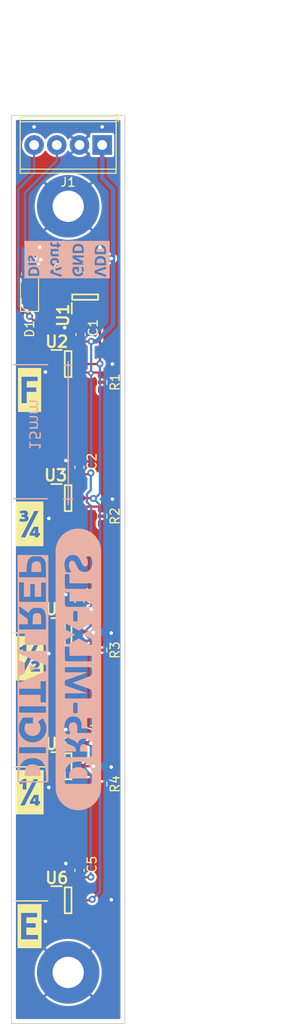
<source format=kicad_pcb>
(kicad_pcb (version 20221018) (generator pcbnew)
  (title_block (title "DR5: liquid level sensor") (date "2023-07-25"))
  (layers (0 "F.Cu" signal) (31 "B.Cu" signal) (34 "B.Paste" user) (35 "F.Paste" user) (36 "B.SilkS" user "B.Silkscreen") (37 "F.SilkS" user "F.Silkscreen") (38 "B.Mask" user) (39 "F.Mask" user) (44 "Edge.Cuts" user))
  (net 0 "")
  (net 1 "/VDD")
  (net 2 "GND")
  (net 3 "/DISABLE")
  (net 4 "Net-(U3-OUTA)")
  (net 5 "Net-(U4-OUTA)")
  (net 6 "Net-(U5-OUTA)")
  (net 7 "Net-(U2-SYNC)")
  (net 8 "Net-(U3-SYNC)")
  (net 9 "Net-(U4-SYNC)")
  (net 10 "Net-(U5-SYNC)")
  (net 12 "Vout")
  (net 13 "/Vdiv")
  (footprint "Capacitor_SMD:C_0603_1608Metric" (layer "F.Cu") (at 109.215 105.1715 90)
    (fp_text reference "C3" (at 0.648 1.397 90) (layer "F.SilkS"))
    (fp_text value "100n" hide)
    (pad "1" smd roundrect (at -0.775 0 90) (size 0.9 0.95) (layers "F.Cu" "F.Paste" "F.Mask") (net 1 "/VDD"))
    (pad "2" smd roundrect (at 0.775 0 90) (size 0.9 0.95) (layers "F.Cu" "F.Paste" "F.Mask") (net 2 "GND"))
  )
  (footprint "SamacSys:SOT95P280X100-6N" (layer "F.Cu") (at 107.945 93.61547)
    (fp_text reference "U3" (at -1.397 -2.55397) (layer "F.SilkS") (effects (font (size 1.27 1.27) (thickness 0.254))))
    (fp_text value "MLX92361LSE-ABC-001-RE" hide)
    (pad "1" smd rect (at -1.3 -0.95 90) (size 0.55 1.15) (layers "F.Cu" "F.Paste" "F.Mask") (net 7 "Net-(U2-SYNC)"))
    (pad "2" smd rect (at -1.3 0 90) (size 0.55 1.15) (layers "F.Cu" "F.Paste" "F.Mask") (net 2 "GND"))
    (pad "3" smd rect (at -1.3 0.95 90) (size 0.55 1.15) (layers "F.Cu" "F.Paste" "F.Mask") (net 8 "Net-(U3-SYNC)"))
    (pad "4" smd rect (at 1.3 0.95 90) (size 0.55 1.15) (layers "F.Cu" "F.Paste" "F.Mask") (net 4 "Net-(U3-OUTA)"))
    (pad "5" smd rect (at 1.3 0 90) (size 0.55 1.15) (layers "F.Cu" "F.Paste" "F.Mask") (net 13 "/Vdiv"))
    (pad "6" smd rect (at 1.3 -0.95 90) (size 0.55 1.15) (layers "F.Cu" "F.Paste" "F.Mask") (net 1 "/VDD"))
  )
  (footprint "kibuzzard-64B9B94D" (layer "F.Cu") (at 103.627 126.5199)
    (fp_text reference "kibuzzard-64B9B94D" hide)
    (fp_text value "G***" hide)
  )
  (footprint "MountingHole:MountingHole_3.5mm_Pad_TopBottom" (layer "F.Cu") (at 107.95 60.96)
    (fp_text reference "H1" hide)
    (fp_text value "3.5mm" hide)
    (pad "1" thru_hole circle (at 0 0) (size 3.9 3.9) (drill 3.5) (layers "*.Cu" "*.Mask") (net 2 "GND"))
    (pad "1" connect circle (at 0 0) (size 7 7) (layers "F.Cu" "F.Mask") (net 2 "GND"))
    (pad "1" connect circle (at 0 0) (size 7 7) (layers "B.Cu" "B.Mask") (net 2 "GND"))
  )
  (footprint "SamacSys:SOT95P280X145-5N" (layer "F.Cu") (at 109.85 71.1225 90)
    (fp_text reference "U1" (at -2.032 -2.474 90) (layer "F.SilkS") (effects (font (size 1.27 1.27) (thickness 0.254))))
    (fp_text value "MIC6211YM5-TR" hide)
    (pad "1" smd rect (at -1.25 -0.95 180) (size 0.6 1.2) (layers "F.Cu" "F.Paste" "F.Mask") (net 12 "Vout"))
    (pad "2" smd rect (at -1.25 0 180) (size 0.6 1.2) (layers "F.Cu" "F.Paste" "F.Mask") (net 2 "GND"))
    (pad "3" smd rect (at -1.25 0.95 180) (size 0.6 1.2) (layers "F.Cu" "F.Paste" "F.Mask") (net 13 "/Vdiv"))
    (pad "4" smd rect (at 1.25 0.95 180) (size 0.6 1.2) (layers "F.Cu" "F.Paste" "F.Mask") (net 12 "Vout"))
    (pad "5" smd rect (at 1.25 -0.95 180) (size 0.6 1.2) (layers "F.Cu" "F.Paste" "F.Mask") (net 1 "/VDD"))
  )
  (footprint "Capacitor_SMD:C_0603_1608Metric" (layer "F.Cu") (at 109.215 135.2575 90)
    (fp_text reference "C5" (at 0.635 1.397 90) (layer "F.SilkS"))
    (fp_text value "100n" hide)
    (pad "1" smd roundrect (at -0.775 0 90) (size 0.9 0.95) (layers "F.Cu" "F.Paste" "F.Mask") (net 1 "/VDD"))
    (pad "2" smd roundrect (at 0.775 0 90) (size 0.9 0.95) (layers "F.Cu" "F.Paste" "F.Mask") (net 2 "GND"))
  )
  (footprint "Resistor_SMD:R_0603_1608Metric" (layer "F.Cu") (at 111.755 80.6475 -90)
    (fp_text reference "R1" (at 0 -1.43 90) (layer "F.SilkS"))
    (fp_text value "3.3k" hide)
    (pad "1" smd roundrect (at -0.825 0 270) (size 0.8 0.95) (layers "F.Cu" "F.Paste" "F.Mask") (net 1 "/VDD"))
    (pad "2" smd roundrect (at 0.825 0 270) (size 0.8 0.95) (layers "F.Cu" "F.Paste" "F.Mask") (net 4 "Net-(U3-OUTA)"))
  )
  (footprint "kibuzzard-64B9B957" (layer "F.Cu") (at 103.627 141.5059)
    (fp_text reference "kibuzzard-64B9B957" hide)
    (fp_text value "G***" hide)
  )
  (footprint "SamacSys:SOT95P280X100-6N" (layer "F.Cu") (at 107.945 123.61541)
    (fp_text reference "U5" (at -1.27 -2.5) (layer "F.SilkS") (effects (font (size 1.27 1.27) (thickness 0.254))))
    (fp_text value "MLX92361LSE-ABC-001-RE" hide)
    (pad "1" smd rect (at -1.3 -0.95 90) (size 0.55 1.15) (layers "F.Cu" "F.Paste" "F.Mask") (net 9 "Net-(U4-SYNC)"))
    (pad "2" smd rect (at -1.3 0 90) (size 0.55 1.15) (layers "F.Cu" "F.Paste" "F.Mask") (net 2 "GND"))
    (pad "3" smd rect (at -1.3 0.95 90) (size 0.55 1.15) (layers "F.Cu" "F.Paste" "F.Mask") (net 10 "Net-(U5-SYNC)"))
    (pad "4" smd rect (at 1.3 0.95 90) (size 0.55 1.15) (layers "F.Cu" "F.Paste" "F.Mask") (net 6 "Net-(U5-OUTA)"))
    (pad "5" smd rect (at 1.3 0 90) (size 0.55 1.15) (layers "F.Cu" "F.Paste" "F.Mask") (net 13 "/Vdiv"))
    (pad "6" smd rect (at 1.3 -0.95 90) (size 0.55 1.15) (layers "F.Cu" "F.Paste" "F.Mask") (net 1 "/VDD"))
  )
  (footprint "MountingHole:MountingHole_3.5mm_Pad_TopBottom" (layer "F.Cu") (at 107.95 146.685)
    (fp_text reference "H2" hide)
    (fp_text value "3.5mm" hide)
    (pad "1" thru_hole circle (at 0 0) (size 3.9 3.9) (drill 3.5) (layers "*.Cu" "*.Mask") (net 2 "GND"))
    (pad "1" connect circle (at 0 0) (size 7 7) (layers "F.Cu" "F.Mask") (net 2 "GND"))
    (pad "1" connect circle (at 0 0) (size 7 7) (layers "B.Cu" "B.Mask") (net 2 "GND"))
  )
  (footprint "Capacitor_SMD:C_0603_1608Metric" (layer "F.Cu") (at 109.342 75.3135 90)
    (fp_text reference "C1" (at 0.762 1.397 90) (layer "F.SilkS"))
    (fp_text value "100n" hide)
    (pad "1" smd roundrect (at -0.775 0 90) (size 0.9 0.95) (layers "F.Cu" "F.Paste" "F.Mask") (net 1 "/VDD"))
    (pad "2" smd roundrect (at 0.775 0 90) (size 0.9 0.95) (layers "F.Cu" "F.Paste" "F.Mask") (net 2 "GND"))
  )
  (footprint "Resistor_SMD:R_0603_1608Metric" (layer "F.Cu") (at 111.755 95.6335 -90)
    (fp_text reference "R2" (at 0 -1.43 90) (layer "F.SilkS"))
    (fp_text value "3.3k" hide)
    (pad "1" smd roundrect (at -0.825 0 270) (size 0.8 0.95) (layers "F.Cu" "F.Paste" "F.Mask") (net 4 "Net-(U3-OUTA)"))
    (pad "2" smd roundrect (at 0.825 0 270) (size 0.8 0.95) (layers "F.Cu" "F.Paste" "F.Mask") (net 5 "Net-(U4-OUTA)"))
  )
  (footprint "Capacitor_SMD:C_0603_1608Metric" (layer "F.Cu") (at 109.215 90.1725 90)
    (fp_text reference "C2" (at 0.635 1.397 90) (layer "F.SilkS"))
    (fp_text value "100n" hide)
    (pad "1" smd roundrect (at -0.775 0 90) (size 0.9 0.95) (layers "F.Cu" "F.Paste" "F.Mask") (net 1 "/VDD"))
    (pad "2" smd roundrect (at 0.775 0 90) (size 0.9 0.95) (layers "F.Cu" "F.Paste" "F.Mask") (net 2 "GND"))
  )
  (footprint "TerminalBlock_Phoenix:TerminalBlock_Phoenix_MPT-0,5-4-2.54_1x04_P2.54mm_Horizontal" (layer "F.Cu") (at 111.755 54.1045 180)
    (fp_text reference "J1" (at 3.81 -4.16) (layer "F.SilkS"))
    (fp_text value "Screw_Terminal_01x04" hide)
    (pad "1" thru_hole rect (at 0 0 180) (size 2.2 2.2) (drill 1.1) (layers "*.Cu" "*.Mask") (net 1 "/VDD"))
    (pad "2" thru_hole circle (at 2.54 0 180) (size 2.2 2.2) (drill 1.1) (layers "*.Cu" "*.Mask") (net 2 "GND"))
    (pad "3" thru_hole circle (at 5.08 0 180) (size 2.2 2.2) (drill 1.1) (layers "*.Cu" "*.Mask") (net 12 "Vout"))
    (pad "4" thru_hole circle (at 7.62 0 180) (size 2.2 2.2) (drill 1.1) (layers "*.Cu" "*.Mask") (net 3 "/DISABLE"))
  )
  (footprint "Capacitor_SMD:C_0603_1608Metric" (layer "F.Cu") (at 109.2658 120.2715 90)
    (fp_text reference "C4" (at 0.508 1.397 90) (layer "F.SilkS"))
    (fp_text value "100n" hide)
    (pad "1" smd roundrect (at -0.775 0 90) (size 0.9 0.95) (layers "F.Cu" "F.Paste" "F.Mask") (net 1 "/VDD"))
    (pad "2" smd roundrect (at 0.775 0 90) (size 0.9 0.95) (layers "F.Cu" "F.Paste" "F.Mask") (net 2 "GND"))
  )
  (footprint "Resistor_SMD:R_0603_1608Metric" (layer "F.Cu") (at 111.755 125.6055 -90)
    (fp_text reference "R4" (at 0 -1.43 90) (layer "F.SilkS"))
    (fp_text value "3.3k" hide)
    (pad "1" smd roundrect (at -0.825 0 270) (size 0.8 0.95) (layers "F.Cu" "F.Paste" "F.Mask") (net 6 "Net-(U5-OUTA)"))
    (pad "2" smd roundrect (at 0.825 0 270) (size 0.8 0.95) (layers "F.Cu" "F.Paste" "F.Mask") (net 2 "GND"))
  )
  (footprint "kibuzzard-64B9B928" (layer "F.Cu") (at 103.627 81.5111)
    (fp_text reference "kibuzzard-64B9B928" hide)
    (fp_text value "G***" hide)
  )
  (footprint "Resistor_SMD:R_0603_1608Metric" (layer "F.Cu") (at 111.755 110.6195 -90)
    (fp_text reference "R3" (at 0 -1.43 90) (layer "F.SilkS"))
    (fp_text value "3.3k" hide)
    (pad "1" smd roundrect (at -0.825 0 270) (size 0.8 0.95) (layers "F.Cu" "F.Paste" "F.Mask") (net 5 "Net-(U4-OUTA)"))
    (pad "2" smd roundrect (at 0.825 0 270) (size 0.8 0.95) (layers "F.Cu" "F.Paste" "F.Mask") (net 6 "Net-(U5-OUTA)"))
  )
  (footprint "kibuzzard-64B9B93E" (layer "F.Cu") (at 103.627 111.5339)
    (fp_text reference "kibuzzard-64B9B93E" hide)
    (fp_text value "G***" hide)
  )
  (footprint "Diode_SMD:D_SMF" (layer "F.Cu") (at 103.627 70.3605 90)
    (fp_text reference "D1" (at -4.318 0 90) (layer "F.SilkS"))
    (fp_text value "5.1V" hide)
    (pad "1" smd roundrect (at -1.45 0 90) (size 1.3 1.4) (layers "F.Cu" "F.Paste" "F.Mask") (roundrect_rratio 0.1923076923) (net 3 "/DISABLE"))
    (pad "2" smd roundrect (at 1.45 0 90) (size 1.3 1.4) (layers "F.Cu" "F.Paste" "F.Mask") (roundrect_rratio 0.1923076923) (net 2 "GND"))
  )
  (footprint "Capacitor_SMD:C_0603_1608Metric" (layer "F.Cu") (at 109.723 67.8205)
    (fp_text reference "C6" (at -2.54 0.127) (layer "F.SilkS"))
    (fp_text value "100n" hide)
    (pad "1" smd roundrect (at -0.775 0) (size 0.9 0.95) (layers "F.Cu" "F.Paste" "F.Mask") (net 1 "/VDD"))
    (pad "2" smd roundrect (at 0.775 0) (size 0.9 0.95) (layers "F.Cu" "F.Paste" "F.Mask") (net 2 "GND"))
  )
  (footprint "SamacSys:SOT95P280X100-6N" (layer "F.Cu") (at 107.945 78.6155)
    (fp_text reference "U2" (at -1.27 -2.5) (layer "F.SilkS") (effects (font (size 1.27 1.27) (thickness 0.254))))
    (fp_text value "MLX92361LSE-ABC-001-RE" hide)
    (pad "1" smd rect (at -1.3 -0.95 90) (size 0.55 1.15) (layers "F.Cu" "F.Paste" "F.Mask") (net 3 "/DISABLE"))
    (pad "2" smd rect (at -1.3 0 90) (size 0.55 1.15) (layers "F.Cu" "F.Paste" "F.Mask") (net 2 "GND"))
    (pad "3" smd rect (at -1.3 0.95 90) (size 0.55 1.15) (layers "F.Cu" "F.Paste" "F.Mask") (net 7 "Net-(U2-SYNC)"))
    (pad "4" smd rect (at 1.3 0.95 90) (size 0.55 1.15) (layers "F.Cu" "F.Paste" "F.Mask") (net 1 "/VDD"))
    (pad "5" smd rect (at 1.3 0 90) (size 0.55 1.15) (layers "F.Cu" "F.Paste" "F.Mask") (net 13 "/Vdiv"))
    (pad "6" smd rect (at 1.3 -0.95 90) (size 0.55 1.15) (layers "F.Cu" "F.Paste" "F.Mask") (net 1 "/VDD"))
  )
  (footprint "SamacSys:SOT95P280X100-6N" (layer "F.Cu") (at 107.945 138.61538)
    (fp_text reference "U6" (at -1.27 -2.5) (layer "F.SilkS") (effects (font (size 1.27 1.27) (thickness 0.254))))
    (fp_text value "MLX92361LSE-ABC-001-RE" hide)
    (pad "1" smd rect (at -1.3 -0.95 90) (size 0.55 1.15) (layers "F.Cu" "F.Paste" "F.Mask") (net 10 "Net-(U5-SYNC)"))
    (pad "2" smd rect (at -1.3 0 90) (size 0.55 1.15) (layers "F.Cu" "F.Paste" "F.Mask") (net 2 "GND"))
    (pad "3" smd rect (at -1.3 0.95 90) (size 0.55 1.15) (layers "F.Cu" "F.Paste" "F.Mask"))
    (pad "4" smd rect (at 1.3 0.95 90) (size 0.55 1.15) (layers "F.Cu" "F.Paste" "F.Mask") (net 2 "GND"))
    (pad "5" smd rect (at 1.3 0 90) (size 0.55 1.15) (layers "F.Cu" "F.Paste" "F.Mask") (net 13 "/Vdiv"))
    (pad "6" smd rect (at 1.3 -0.95 90) (size 0.55 1.15) (layers "F.Cu" "F.Paste" "F.Mask") (net 1 "/VDD"))
  )
  (footprint "SamacSys:SOT95P280X100-6N" (layer "F.Cu") (at 107.945 108.61544)
    (fp_text reference "U4" (at -1.27 -2.56794) (layer "F.SilkS") (effects (font (size 1.27 1.27) (thickness 0.254))))
    (fp_text value "MLX92361LSE-ABC-001-RE" hide)
    (pad "1" smd rect (at -1.3 -0.95 90) (size 0.55 1.15) (layers "F.Cu" "F.Paste" "F.Mask") (net 8 "Net-(U3-SYNC)"))
    (pad "2" smd rect (at -1.3 0 90) (size 0.55 1.15) (layers "F.Cu" "F.Paste" "F.Mask") (net 2 "GND"))
    (pad "3" smd rect (at -1.3 0.95 90) (size 0.55 1.15) (layers "F.Cu" "F.Paste" "F.Mask") (net 9 "Net-(U4-SYNC)"))
    (pad "4" smd rect (at 1.3 0.95 90) (size 0.55 1.15) (layers "F.Cu" "F.Paste" "F.Mask") (net 5 "Net-(U4-OUTA)"))
    (pad "5" smd rect (at 1.3 0 90) (size 0.55 1.15) (layers "F.Cu" "F.Paste" "F.Mask") (net 13 "/Vdiv"))
    (pad "6" smd rect (at 1.3 -0.95 90) (size 0.55 1.15) (layers "F.Cu" "F.Paste" "F.Mask") (net 1 "/VDD"))
  )
  (footprint "kibuzzard-64B9B91B" (layer "F.Cu") (at 103.627 96.4971)
    (fp_text reference "kibuzzard-64B9B91B" hide)
    (fp_text value "G***" hide)
  )
  (footprint "My_Modules:digital" (layer "B.Cu") (at 104.008 112.7785 90)
    (fp_text reference "LOGO1" hide)
    (fp_text value "Digital" hide)
  )
  (footprint "kibuzzard-64BEF26B" (layer "B.Cu") (at 107.823 66.929 90)
    (fp_text reference "kibuzzard-64BEF26B" hide)
    (fp_text value "G***" hide)
  )
  (footprint "My_Modules:repword_soldermask" (layer "B.Cu") (at 103.9826 104.3711 90)
    (fp_text reference "LOGO2" hide)
    (fp_text value "Rep" hide)
  )
  (footprint "kibuzzard-64BEF243" (layer "B.Cu") (at 109.088 112.7785 90)
    (fp_text reference "kibuzzard-64BEF243" hide)
    (fp_text value "G***" hide)
  )
  (gr_line (start 107.442 93.726) (end 108.458 93.726) (stroke (width 0.15)) (layer "B.SilkS"))
  (gr_line (start 101.849 93.68659) (end 105.659 93.68659) (stroke (width 0.15)) (layer "B.SilkS"))
  (gr_line (start 107.569 78.74) (end 108.331 78.74) (stroke (width 0.15)) (layer "B.SilkS"))
  (gr_line (start 107.95 78.359) (end 107.95 94.361) (stroke (width 0.15)) (layer "B.SilkS"))
  (gr_line (start 101.849 78.68662) (end 105.659 78.68662) (stroke (width 0.15)) (layer "B.SilkS"))
  (gr_rect (start 102.357 100.0531) (end 105.659 125.3515) (stroke (width 0.15)) (fill none) (layer "B.SilkS"))
  (gr_line (start 101.849 108.68656) (end 105.659 108.68656) (stroke (width 0.15)) (layer "F.SilkS"))
  (gr_line (start 101.849 78.68662) (end 105.659 78.68662) (stroke (width 0.15)) (layer "F.SilkS"))
  (gr_line (start 101.849 93.68659) (end 105.659 93.68659) (stroke (width 0.15)) (layer "F.SilkS"))
  (gr_line (start 101.849 123.68653) (end 105.659 123.68653) (stroke (width 0.15)) (layer "F.SilkS"))
  (gr_line (start 101.849 138.6865) (end 105.659 138.6865) (stroke (width 0.15)) (layer "F.SilkS"))
  (gr_rect (start 101.595 50.8025) (end 114.295 152.4025) (stroke (width 0.1)) (fill none) (layer "Edge.Cuts"))
  (gr_text "15mm" (at 103.378 88.265 -90) (layer "B.SilkS") (effects (font (size 1.27 1.27)) (justify left bottom mirror)))
  (segment (start 109.2658 121.0465) (end 110.472 121.0465) (width 0.508) (layer "F.Cu") (net 1))
  (segment (start 109.342 66.8045) (end 112.771 66.8045) (width 0.25) (layer "F.Cu") (net 1))
  (segment (start 108.9 69.8725) (end 108.9 67.8685) (width 0.25) (layer "F.Cu") (net 1))
  (segment (start 109.215 105.9465) (end 109.316 106.0475) (width 0.254) (layer "F.Cu") (net 1))
  (segment (start 109.245 105.9765) (end 109.215 105.9465) (width 0.254) (layer "F.Cu") (net 1))
  (segment (start 109.342 76.0885) (end 109.342 77.5685) (width 0.254) (layer "F.Cu") (net 1))
  (segment (start 109.215 137.63538) (end 109.245 137.66538) (width 0.254) (layer "F.Cu") (net 1))
  (segment (start 109.342 77.5685) (end 109.245 77.6655) (width 0.254) (layer "F.Cu") (net 1))
  (segment (start 109.245 92.66547) (end 109.245 90.9775) (width 0.254) (layer "F.Cu") (net 1))
  (segment (start 109.245 90.9775) (end 109.215 90.9475) (width 0.254) (layer "F.Cu") (net 1))
  (segment (start 110.5075 76.0885) (end 110.5205 76.0755) (width 0.254) (layer "F.Cu") (net 1))
  (segment (start 108.948 67.1985) (end 109.342 66.8045) (width 0.25) (layer "F.Cu") (net 1))
  (segment (start 110.472 136.0325) (end 110.485 136.0195) (width 0.254) (layer "F.Cu") (net 1))
  (segment (start 109.245 79.5655) (end 111.371 79.5655) (width 0.254) (layer "F.Cu") (net 1))
  (segment (start 109.316 106.0475) (end 110.5205 106.0475) (width 0.254) (layer "F.Cu") (net 1))
  (segment (start 110.472 121.0465) (end 110.485 121.0335) (width 0.508) (layer "F.Cu") (net 1))
  (segment (start 109.215 136.0325) (end 110.472 136.0325) (width 0.254) (layer "F.Cu") (net 1))
  (segment (start 111.371 79.5655) (end 111.374 79.5685) (width 0.254) (layer "F.Cu") (net 1))
  (segment (start 109.215 136.0325) (end 109.215 137.63538) (width 0.254) (layer "F.Cu") (net 1))
  (segment (start 109.245 121.1435) (end 109.342 121.0465) (width 0.254) (layer "F.Cu") (net 1))
  (segment (start 110.345 90.9475) (end 110.485 90.8075) (width 0.254) (layer "F.Cu") (net 1))
  (segment (start 108.948 67.8205) (end 108.948 67.1985) (width 0.25) (layer "F.Cu") (net 1))
  (segment (start 109.245 122.66541) (end 109.245 121.1435) (width 0.254) (layer "F.Cu") (net 1))
  (segment (start 108.9 67.8685) (end 108.948 67.8205) (width 0.25) (layer "F.Cu") (net 1))
  (segment (start 109.342 76.0885) (end 110.5075 76.0885) (width 0.254) (layer "F.Cu") (net 1))
  (segment (start 109.245 107.66544) (end 109.245 105.9765) (width 0.254) (layer "F.Cu") (net 1))
  (segment (start 109.215 90.9475) (end 110.345 90.9475) (width 0.254) (layer "F.Cu") (net 1))
  (via (at 110.485 121.0335) (size 0.8) (drill 0.4) (layers "F.Cu" "B.Cu") (net 1))
  (via (at 110.485 136.0195) (size 0.8) (drill 0.4) (layers "F.Cu" "B.Cu") (net 1))
  (via (at 112.771 66.8045) (size 0.8) (drill 0.4) (layers "F.Cu" "B.Cu") (net 1))
  (via (at 110.485 79.6315) (size 0.65) (drill 0.3) (layers "F.Cu" "B.Cu") (net 1))
  (via (at 110.5205 106.0475) (size 0.8) (drill 0.4) (layers "F.Cu" "B.Cu") (net 1))
  (via (at 110.485 90.8075) (size 0.8) (drill 0.4) (layers "F.Cu" "B.Cu") (net 1))
  (via (at 110.5205 76.0755) (size 0.8) (drill 0.4) (layers "F.Cu" "B.Cu") (net 1))
  (segment (start 110.5205 94.526) (end 110.5205 106.0475) (width 0.254) (layer "B.Cu") (net 1))
  (segment (start 110.5205 76.0755) (end 110.5205 79.596) (width 0.254) (layer "B.Cu") (net 1))
  (segment (start 110.485 92.7125) (end 110.0443 93.1532) (width 0.254) (layer "B.Cu") (net 1))
  (segment (start 109.977 108.368321) (end 109.977 108.982217) (width 0.254) (layer "B.Cu") (net 1))
  (segment (start 110.5205 90.772) (end 110.485 90.8075) (width 0.254) (layer "B.Cu") (net 1))
  (segment (start 110.485 90.8075) (end 110.485 92.7125) (width 0.254) (layer "B.Cu") (net 1))
  (segment (start 111.12 76.0755) (end 110.5205 76.0755) (width 0.508) (layer "B.Cu") (net 1))
  (segment (start 110.485 109.490217) (end 110.485 121.0335) (width 0.254) (layer "B.Cu") (net 1))
  (segment (start 112.9742 66.8045) (end 112.9742 74.2213) (width 0.508) (layer "B.Cu") (net 1))
  (segment (start 110.485 124.5895) (end 110.485 136.0195) (width 0.254) (layer "B.Cu") (net 1))
  (segment (start 110.485 121.0335) (end 110.485 122.67016) (width 0.254) (layer "B.Cu") (net 1))
  (segment (start 110.485 79.6315) (end 110.5205 79.667) (width 0.254) (layer "B.Cu") (net 1))
  (segment (start 110.437221 107.9081) (end 109.977 108.368321) (width 0.254) (layer "B.Cu") (net 1))
  (segment (start 110.5205 106.0475) (end 110.485 106.083) (width 0.254) (layer "B.Cu") (net 1))
  (segment (start 109.85 123.30516) (end 109.85 123.9545) (width 0.254) (layer "B.Cu") (net 1))
  (segment (start 109.977 108.982217) (end 110.485 109.490217) (width 0.254) (layer "B.Cu") (net 1))
  (segment (start 110.0443 93.1532) (end 110.0443 94.0498) (width 0.254) (layer "B.Cu") (net 1))
  (segment (start 112.9742 59.0575) (end 111.76 57.8433) (width 0.508) (layer "B.Cu") (net 1))
  (segment (start 110.5205 79.596) (end 110.485 79.6315) (width 0.254) (layer "B.Cu") (net 1))
  (segment (start 110.485 106.083) (end 110.485 107.9081) (width 0.254) (layer "B.Cu") (net 1))
  (segment (start 111.76 57.8433) (end 111.76 54.4855) (width 0.508) (layer "B.Cu") (net 1))
  (segment (start 109.85 123.9545) (end 110.485 124.5895) (width 0.254) (layer "B.Cu") (net 1))
  (segment (start 110.485 107.9081) (end 110.437221 107.9081) (width 0.254) (layer "B.Cu") (net 1))
  (segment (start 110.485 122.67016) (end 109.85 123.30516) (width 0.254) (layer "B.Cu") (net 1))
  (segment (start 110.0443 94.0498) (end 110.5205 94.526) (width 0.254) (layer "B.Cu") (net 1))
  (segment (start 110.5205 79.667) (end 110.5205 90.772) (width 0.254) (layer "B.Cu") (net 1))
  (segment (start 112.9742 74.2213) (end 111.12 76.0755) (width 0.508) (layer "B.Cu") (net 1))
  (segment (start 112.9742 66.8045) (end 112.9742 59.0575) (width 0.508) (layer "B.Cu") (net 1))
  (via (at 105.786 95.8875) (size 0.8) (drill 0.4) (layers "F.Cu" "B.Cu") (net 2))
  (via (at 107.564 74.5515) (size 0.8) (drill 0.4) (layers "F.Cu" "B.Cu") (net 2))
  (via (at 112.771 123.7005) (size 0.8) (drill 0.4) (layers "F.Cu" "B.Cu") (net 2))
  (via (at 107.691 89.4105) (size 0.8) (drill 0.4) (layers "F.Cu" "B.Cu") (net 2))
  (via (at 105.405 79.5045) (size 0.8) (drill 0.4) (layers "F.Cu" "B.Cu") (net 2))
  (via (at 107.691 134.4955) (size 0.8) (drill 0.4) (layers "F.Cu" "B.Cu") (net 2))
  (via (at 112.771 138.5595) (size 0.8) (drill 0.4) (layers "F.Cu" "B.Cu") (net 2))
  (via (at 107.691 104.3965) (size 0.8) (drill 0.4) (layers "F.Cu" "B.Cu") (net 2))
  (via (at 112.898 93.7285) (size 0.8) (drill 0.4) (layers "F.Cu" "B.Cu") (net 2))
  (via (at 111.506 65.532) (size 0.8) (drill 0.4) (layers "F.Cu" "B.Cu") (net 2))
  (via (at 107.691 119.5095) (size 0.8) (drill 0.4) (layers "F.Cu" "B.Cu") (net 2))
  (via (at 112.898 78.6155) (size 0.8) (drill 0.4) (layers "F.Cu" "B.Cu") (net 2))
  (via (at 105.786 125.9865) (size 0.8) (drill 0.4) (layers "F.Cu" "B.Cu") (net 2))
  (via (at 111.755 52.0725) (size 0.8) (drill 0.4) (layers "F.Cu" "B.Cu") (net 2))
  (via (at 105.786 111.0005) (size 0.8) (drill 0.4) (layers "F.Cu" "B.Cu") (net 2))
  (via (at 112.771 108.7145) (size 0.8) (drill 0.4) (layers "F.Cu" "B.Cu") (net 2))
  (via (at 104.77 65.5345) (size 0.8) (drill 0.4) (layers "F.Cu" "B.Cu") (net 2))
  (via (at 105.405 140.9725) (size 0.8) (drill 0.4) (layers "F.Cu" "B.Cu") (net 2))
  (via (at 104.135 52.0725) (size 0.8) (drill 0.4) (layers "F.Cu" "B.Cu") (net 2))
  (segment (start 103.627 73.2815) (end 106.645 76.2995) (width 0.254) (layer "F.Cu") (net 3))
  (segment (start 103.627 73.2815) (end 103.627 71.8105) (width 0.254) (layer "F.Cu") (net 3))
  (segment (start 106.645 76.2995) (end 106.645 77.6655) (width 0.254) (layer "F.Cu") (net 3))
  (via (at 103.627 73.2815) (size 0.8) (drill 0.4) (layers "F.Cu" "B.Cu") (net 3))
  (segment (start 102.357 72.0115) (end 102.357 59.0575) (width 0.254) (layer "B.Cu") (net 3))
  (segment (start 103.627 73.2815) (end 102.357 72.0115) (width 0.254) (layer "B.Cu") (net 3))
  (segment (start 104.14 57.2745) (end 104.14 54.4855) (width 0.254) (layer "B.Cu") (net 3))
  (segment (start 102.357 59.0575) (end 104.14 57.2745) (width 0.254) (layer "B.Cu") (net 3))
  (segment (start 111.755 81.4725) (end 111.755 94.56547) (width 0.254) (layer "F.Cu") (net 4))
  (segment (start 111.755 94.56547) (end 109.245 94.56547) (width 0.254) (layer "F.Cu") (net 4))
  (segment (start 111.73006 109.56544) (end 109.245 109.56544) (width 0.254) (layer "F.Cu") (net 5))
  (segment (start 111.755 96.4585) (end 111.755 109.5405) (width 0.254) (layer "F.Cu") (net 5))
  (segment (start 111.755 109.5405) (end 111.73006 109.56544) (width 0.254) (layer "F.Cu") (net 5))
  (segment (start 111.755 124.5895) (end 111.501 124.5895) (width 0.254) (layer "F.Cu") (net 6))
  (segment (start 111.53991 124.56541) (end 111.755 124.7805) (width 0.254) (layer "F.Cu") (net 6))
  (segment (start 109.245 124.56541) (end 111.53991 124.56541) (width 0.254) (layer "F.Cu") (net 6))
  (segment (start 111.755 111.5461) (end 111.755 124.5895) (width 0.254) (layer "F.Cu") (net 6))
  (segment (start 106.645 79.5655) (end 106.645 92.66547) (width 0.254) (layer "F.Cu") (net 7))
  (segment (start 106.645 94.56547) (end 106.645 107.66544) (width 0.254) (layer "F.Cu") (net 8))
  (segment (start 106.645 109.56544) (end 106.645 122.66541) (width 0.254) (layer "F.Cu") (net 9))
  (segment (start 106.645 124.56541) (end 106.645 137.66538) (width 0.254) (layer "F.Cu") (net 10))
  (segment (start 109.088 70.9955) (end 110.668 70.9955) (width 0.254) (layer "F.Cu") (net 12))
  (segment (start 110.668 70.9955) (end 110.8 70.8635) (width 0.254) (layer "F.Cu") (net 12))
  (segment (start 109.088 70.9955) (end 108.469 70.9955) (width 0.254) (layer "F.Cu") (net 12))
  (segment (start 108.9 72.3725) (end 108.9 71.1835) (width 0.254) (layer "F.Cu") (net 12))
  (segment (start 108.9 71.1835) (end 109.088 70.9955) (width 0.254) (layer "F.Cu") (net 12))
  (segment (start 104.897 67.4235) (end 104.897 66.9315) (width 0.254) (layer "F.Cu") (net 12))
  (segment (start 108.469 70.9955) (end 104.897 67.4235) (width 0.254) (layer "F.Cu") (net 12))
  (segment (start 110.8 70.8635) (end 110.8 69.8725) (width 0.254) (layer "F.Cu") (net 12))
  (via (at 104.897 66.9315) (size 0.8) (drill 0.4) (layers "F.Cu" "B.Cu") (net 12))
  (segment (start 104.897 66.924) (end 104.897 66.9315) (width 0.254) (layer "B.Cu") (net 12))
  (segment (start 103.119 59.4385) (end 103.119 65.146) (width 0.254) (layer "B.Cu") (net 12))
  (segment (start 103.119 65.146) (end 104.897 66.924) (width 0.254) (layer "B.Cu") (net 12))
  (segment (start 106.68 55.8775) (end 103.119 59.4385) (width 0.254) (layer "B.Cu") (net 12))
  (segment (start 106.68 54.4855) (end 106.68 55.8775) (width 0.254) (layer "B.Cu") (net 12))
  (segment (start 110.73767 93.61547) (end 109.245 93.61547) (width 0.254) (layer "F.Cu") (net 13))
  (segment (start 111.501 73.7997) (end 110.8 73.0987) (width 0.254) (layer "F.Cu") (net 13))
  (segment (start 111.501 78.569) (end 111.501 73.7997) (width 0.254) (layer "F.Cu") (net 13))
  (segment (start 110.75164 108.61544) (end 109.245 108.61544) (width 0.254) (layer "F.Cu") (net 13))
  (segment (start 109.245 138.61538) (end 110.53072 138.61538) (width 0.254) (layer "F.Cu") (net 13))
  (segment (start 110.7745 93.6523) (end 110.73767 93.61547) (width 0.254) (layer "F.Cu") (net 13))
  (segment (start 110.76561 123.61541) (end 109.245 123.61541) (width 0.254) (layer "F.Cu") (net 13))
  (segment (start 110.53072 138.61538) (end 110.6374 138.5087) (width 0.254) (layer "F.Cu") (net 13))
  (segment (start 110.7745 108.6383) (end 110.75164 108.61544) (width 0.254) (layer "F.Cu") (net 13))
  (segment (start 110.7745 123.6243) (end 110.76561 123.61541) (width 0.254) (layer "F.Cu") (net 13))
  (segment (start 111.501 78.569) (end 111.4545 78.6155) (width 0.254) (layer "F.Cu") (net 13))
  (segment (start 110.8 73.0987) (end 110.8 72.3725) (width 0.254) (layer "F.Cu") (net 13))
  (segment (start 111.4545 78.6155) (end 109.245 78.6155) (width 0.254) (layer "F.Cu") (net 13))
  (via (at 110.6374 138.5087) (size 0.8) (drill 0.4) (layers "F.Cu" "B.Cu") (net 13))
  (via (at 110.7745 93.6523) (size 0.8) (drill 0.4) (layers "F.Cu" "B.Cu") (net 13))
  (via (at 111.501 78.569) (size 0.8) (drill 0.4) (layers "F.Cu" "B.Cu") (net 13))
  (via (at 110.7745 108.6383) (size 0.8) (drill 0.4) (layers "F.Cu" "B.Cu") (net 13))
  (via (at 110.7745 123.6243) (size 0.8) (drill 0.4) (layers "F.Cu" "B.Cu") (net 13))
  (segment (start 111.501 137.6451) (end 110.6374 138.5087) (width 0.254) (layer "B.Cu") (net 13))
  (segment (start 111.501 93.0935) (end 110.9422 93.6523) (width 0.254) (layer "B.Cu") (net 13))
  (segment (start 110.7745 123.6243) (end 111.501 124.3508) (width 0.254) (layer "B.Cu") (net 13))
  (segment (start 110.9422 93.6523) (end 110.7745 93.6523) (width 0.254) (layer "B.Cu") (net 13))
  (segment (start 111.501 94.3788) (end 110.7745 93.6523) (width 0.254) (layer "B.Cu") (net 13))
  (segment (start 111.501 122.8978) (end 111.501 109.3648) (width 0.254) (layer "B.Cu") (net 13))
  (segment (start 110.7745 123.6243) (end 111.501 122.8978) (width 0.254) (layer "B.Cu") (net 13))
  (segment (start 111.501 78.569) (end 111.501 93.0935) (width 0.254) (layer "B.Cu") (net 13))
  (segment (start 111.501 124.3508) (end 111.501 137.6451) (width 0.254) (layer "B.Cu") (net 13))
  (segment (start 111.501 109.3648) (end 110.7745 108.6383) (width 0.254) (layer "B.Cu") (net 13))
  (segment (start 110.7745 108.6383) (end 111.501 107.9118) (width 0.254) (layer "B.Cu") (net 13))
  (segment (start 111.501 107.9118) (end 111.501 94.3788) (width 0.254) (layer "B.Cu") (net 13))
  (zone (net 2) (net_name "GND") (layers "F&B.Cu") (connect_pads (clearance 0.254)) (min_thickness 0.254) (fill yes (thermal_gap 0.254) (thermal_bridge_width 0.3048))
    (polygon (pts (xy 101.6 50.8025) (xy 114.3 50.8) (xy 114.3 152.4) (xy 101.595 152.4025)))
  )
)
</source>
